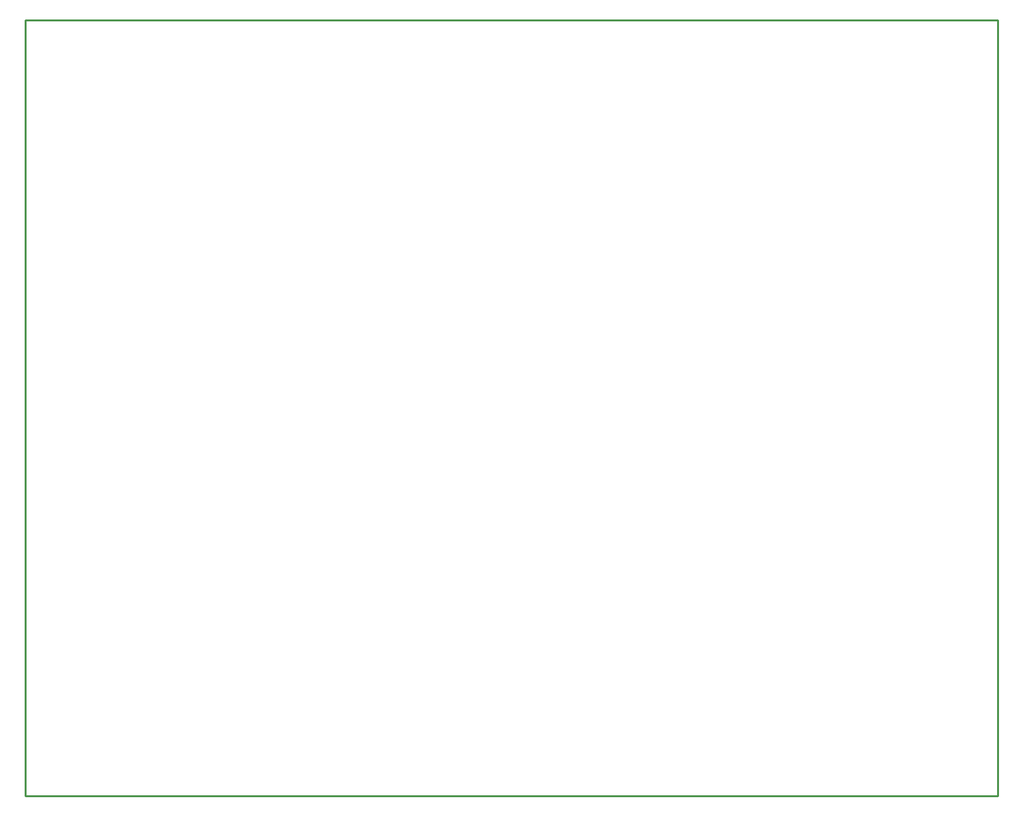
<source format=gbr>
G04 EAGLE Gerber RS-274X export*
G75*
%MOMM*%
%FSLAX34Y34*%
%LPD*%
%IN*%
%IPPOS*%
%AMOC8*
5,1,8,0,0,1.08239X$1,22.5*%
G01*
%ADD10C,0.254000*%


D10*
X0Y0D02*
X1269800Y0D01*
X1269800Y1012700D01*
X0Y1012700D01*
X0Y0D01*
M02*

</source>
